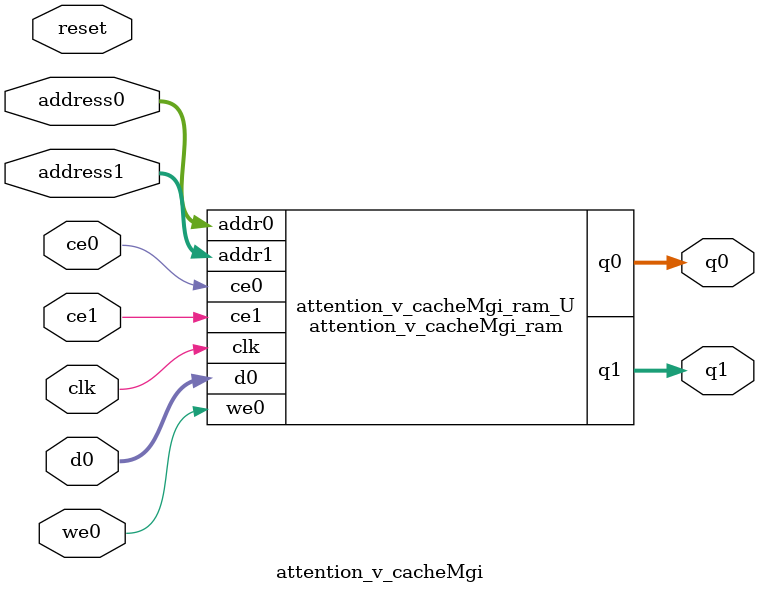
<source format=v>
`timescale 1 ns / 1 ps
module attention_v_cacheMgi_ram (addr0, ce0, d0, we0, q0, addr1, ce1, q1,  clk);

parameter DWIDTH = 40;
parameter AWIDTH = 4;
parameter MEM_SIZE = 12;

input[AWIDTH-1:0] addr0;
input ce0;
input[DWIDTH-1:0] d0;
input we0;
output reg[DWIDTH-1:0] q0;
input[AWIDTH-1:0] addr1;
input ce1;
output reg[DWIDTH-1:0] q1;
input clk;

(* ram_style = "distributed" *)reg [DWIDTH-1:0] ram[0:MEM_SIZE-1];




always @(posedge clk)  
begin 
    if (ce0) begin
        if (we0) 
            ram[addr0] <= d0; 
        q0 <= ram[addr0];
    end
end


always @(posedge clk)  
begin 
    if (ce1) begin
        q1 <= ram[addr1];
    end
end


endmodule

`timescale 1 ns / 1 ps
module attention_v_cacheMgi(
    reset,
    clk,
    address0,
    ce0,
    we0,
    d0,
    q0,
    address1,
    ce1,
    q1);

parameter DataWidth = 32'd40;
parameter AddressRange = 32'd12;
parameter AddressWidth = 32'd4;
input reset;
input clk;
input[AddressWidth - 1:0] address0;
input ce0;
input we0;
input[DataWidth - 1:0] d0;
output[DataWidth - 1:0] q0;
input[AddressWidth - 1:0] address1;
input ce1;
output[DataWidth - 1:0] q1;



attention_v_cacheMgi_ram attention_v_cacheMgi_ram_U(
    .clk( clk ),
    .addr0( address0 ),
    .ce0( ce0 ),
    .we0( we0 ),
    .d0( d0 ),
    .q0( q0 ),
    .addr1( address1 ),
    .ce1( ce1 ),
    .q1( q1 ));

endmodule


</source>
